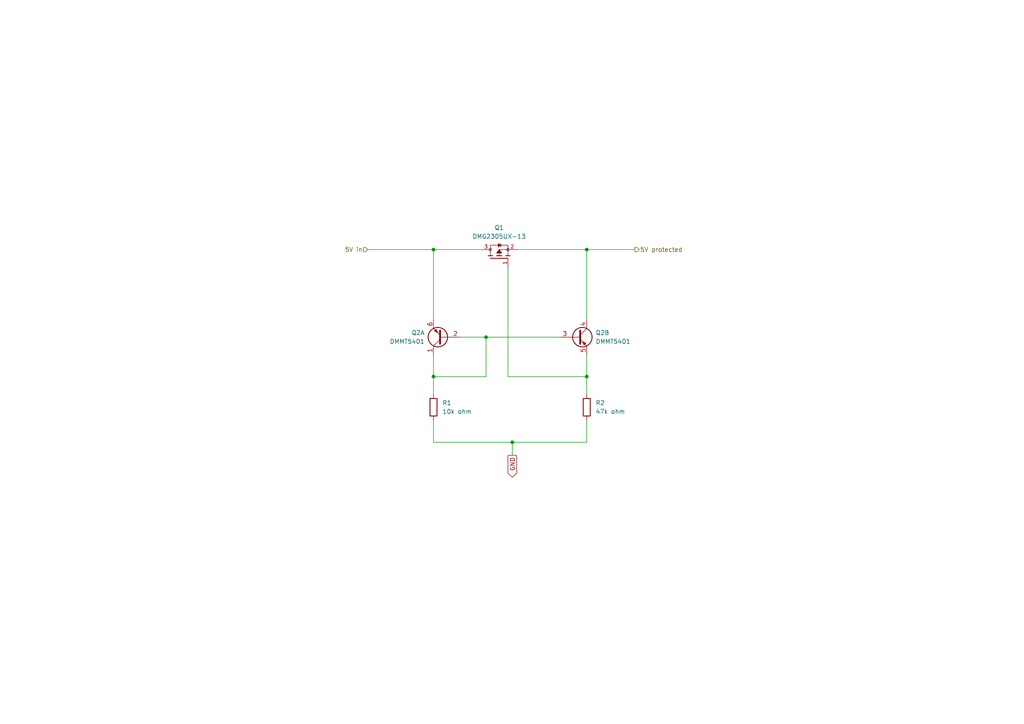
<source format=kicad_sch>
(kicad_sch
	(version 20231120)
	(generator "eeschema")
	(generator_version "8.0")
	(uuid "3b4bec7b-295d-47e3-8293-a28f194744ce")
	(paper "A4")
	(lib_symbols
		(symbol "DMG2305UX-13:DMG2305UX-13"
			(pin_names
				(offset 1.016)
			)
			(exclude_from_sim no)
			(in_bom yes)
			(on_board yes)
			(property "Reference" "Q"
				(at -8.89 3.81 0)
				(effects
					(font
						(size 1.27 1.27)
					)
					(justify left bottom)
				)
			)
			(property "Value" "DMG2305UX-13"
				(at -8.89 -6.35 0)
				(effects
					(font
						(size 1.27 1.27)
					)
					(justify left bottom)
				)
			)
			(property "Footprint" "DMG2305UX-13:SOT91P240X110-3N"
				(at 0 0 0)
				(effects
					(font
						(size 1.27 1.27)
					)
					(justify bottom)
					(hide yes)
				)
			)
			(property "Datasheet" ""
				(at 0 0 0)
				(effects
					(font
						(size 1.27 1.27)
					)
					(hide yes)
				)
			)
			(property "Description" ""
				(at 0 0 0)
				(effects
					(font
						(size 1.27 1.27)
					)
					(hide yes)
				)
			)
			(property "MF" "Pericom"
				(at 0 0 0)
				(effects
					(font
						(size 1.27 1.27)
					)
					(justify bottom)
					(hide yes)
				)
			)
			(property "MAXIMUM_PACKAGE_HEIGHT" "1.1mm"
				(at 0 0 0)
				(effects
					(font
						(size 1.27 1.27)
					)
					(justify bottom)
					(hide yes)
				)
			)
			(property "Package" "TO-236-3 Pericom"
				(at 0 0 0)
				(effects
					(font
						(size 1.27 1.27)
					)
					(justify bottom)
					(hide yes)
				)
			)
			(property "Price" "None"
				(at 0 0 0)
				(effects
					(font
						(size 1.27 1.27)
					)
					(justify bottom)
					(hide yes)
				)
			)
			(property "Check_prices" "https://www.snapeda.com/parts/DMG2305UX-13/Pericom/view-part/?ref=eda"
				(at 0 0 0)
				(effects
					(font
						(size 1.27 1.27)
					)
					(justify bottom)
					(hide yes)
				)
			)
			(property "STANDARD" "IPC-7351B"
				(at 0 0 0)
				(effects
					(font
						(size 1.27 1.27)
					)
					(justify bottom)
					(hide yes)
				)
			)
			(property "PARTREV" "09/2018"
				(at 0 0 0)
				(effects
					(font
						(size 1.27 1.27)
					)
					(justify bottom)
					(hide yes)
				)
			)
			(property "SnapEDA_Link" "https://www.snapeda.com/parts/DMG2305UX-13/Pericom/view-part/?ref=snap"
				(at 0 0 0)
				(effects
					(font
						(size 1.27 1.27)
					)
					(justify bottom)
					(hide yes)
				)
			)
			(property "MP" "DMG2305UX-13"
				(at 0 0 0)
				(effects
					(font
						(size 1.27 1.27)
					)
					(justify bottom)
					(hide yes)
				)
			)
			(property "Description_1" "\nP-Channel 20V 4.2A (Ta) 1.4W (Ta) Surface Mount SOT-23\n"
				(at 0 0 0)
				(effects
					(font
						(size 1.27 1.27)
					)
					(justify bottom)
					(hide yes)
				)
			)
			(property "Availability" "Not in stock"
				(at 0 0 0)
				(effects
					(font
						(size 1.27 1.27)
					)
					(justify bottom)
					(hide yes)
				)
			)
			(property "MANUFACTURER" "Diodes Inc."
				(at 0 0 0)
				(effects
					(font
						(size 1.27 1.27)
					)
					(justify bottom)
					(hide yes)
				)
			)
			(symbol "DMG2305UX-13_0_0"
				(polyline
					(pts
						(xy 0 -2.54) (xy 0 2.54)
					)
					(stroke
						(width 0.254)
						(type default)
					)
					(fill
						(type none)
					)
				)
				(polyline
					(pts
						(xy 0.762 -3.175) (xy 0.762 -2.54)
					)
					(stroke
						(width 0.254)
						(type default)
					)
					(fill
						(type none)
					)
				)
				(polyline
					(pts
						(xy 0.762 -2.54) (xy 0.762 -1.905)
					)
					(stroke
						(width 0.254)
						(type default)
					)
					(fill
						(type none)
					)
				)
				(polyline
					(pts
						(xy 0.762 -2.54) (xy 2.54 -2.54)
					)
					(stroke
						(width 0.1524)
						(type default)
					)
					(fill
						(type none)
					)
				)
				(polyline
					(pts
						(xy 0.762 -0.762) (xy 0.762 0)
					)
					(stroke
						(width 0.254)
						(type default)
					)
					(fill
						(type none)
					)
				)
				(polyline
					(pts
						(xy 0.762 0) (xy 0.762 0.762)
					)
					(stroke
						(width 0.254)
						(type default)
					)
					(fill
						(type none)
					)
				)
				(polyline
					(pts
						(xy 0.762 0) (xy 2.54 0)
					)
					(stroke
						(width 0.1524)
						(type default)
					)
					(fill
						(type none)
					)
				)
				(polyline
					(pts
						(xy 0.762 1.905) (xy 0.762 2.54)
					)
					(stroke
						(width 0.254)
						(type default)
					)
					(fill
						(type none)
					)
				)
				(polyline
					(pts
						(xy 0.762 2.54) (xy 0.762 3.175)
					)
					(stroke
						(width 0.254)
						(type default)
					)
					(fill
						(type none)
					)
				)
				(polyline
					(pts
						(xy 2.54 -2.54) (xy 2.54 0)
					)
					(stroke
						(width 0.1524)
						(type default)
					)
					(fill
						(type none)
					)
				)
				(polyline
					(pts
						(xy 2.54 -2.54) (xy 3.81 -2.54)
					)
					(stroke
						(width 0.1524)
						(type default)
					)
					(fill
						(type none)
					)
				)
				(polyline
					(pts
						(xy 2.54 2.54) (xy 0.762 2.54)
					)
					(stroke
						(width 0.1524)
						(type default)
					)
					(fill
						(type none)
					)
				)
				(polyline
					(pts
						(xy 2.54 2.54) (xy 3.81 2.54)
					)
					(stroke
						(width 0.1524)
						(type default)
					)
					(fill
						(type none)
					)
				)
				(polyline
					(pts
						(xy 3.81 -0.508) (xy 3.302 -0.508)
					)
					(stroke
						(width 0.1524)
						(type default)
					)
					(fill
						(type none)
					)
				)
				(polyline
					(pts
						(xy 3.81 -0.508) (xy 3.81 -2.54)
					)
					(stroke
						(width 0.1524)
						(type default)
					)
					(fill
						(type none)
					)
				)
				(polyline
					(pts
						(xy 3.81 2.54) (xy 3.81 -0.508)
					)
					(stroke
						(width 0.1524)
						(type default)
					)
					(fill
						(type none)
					)
				)
				(polyline
					(pts
						(xy 4.318 -0.508) (xy 3.81 -0.508)
					)
					(stroke
						(width 0.1524)
						(type default)
					)
					(fill
						(type none)
					)
				)
				(polyline
					(pts
						(xy 2.54 0) (xy 1.524 0.762) (xy 1.524 -0.762) (xy 2.54 0)
					)
					(stroke
						(width 0.1524)
						(type default)
					)
					(fill
						(type outline)
					)
				)
				(polyline
					(pts
						(xy 3.81 -0.508) (xy 3.302 0.254) (xy 4.318 0.254) (xy 3.81 -0.508)
					)
					(stroke
						(width 0.1524)
						(type default)
					)
					(fill
						(type outline)
					)
				)
				(circle
					(center 2.54 -2.54)
					(radius 0.3592)
					(stroke
						(width 0)
						(type default)
					)
					(fill
						(type none)
					)
				)
				(circle
					(center 2.54 2.54)
					(radius 0.3592)
					(stroke
						(width 0)
						(type default)
					)
					(fill
						(type none)
					)
				)
				(pin passive line
					(at -2.54 -2.54 0)
					(length 2.54)
					(name "~"
						(effects
							(font
								(size 1.016 1.016)
							)
						)
					)
					(number "1"
						(effects
							(font
								(size 1.016 1.016)
							)
						)
					)
				)
				(pin passive line
					(at 2.54 -5.08 90)
					(length 2.54)
					(name "~"
						(effects
							(font
								(size 1.016 1.016)
							)
						)
					)
					(number "2"
						(effects
							(font
								(size 1.016 1.016)
							)
						)
					)
				)
				(pin passive line
					(at 2.54 5.08 270)
					(length 2.54)
					(name "~"
						(effects
							(font
								(size 1.016 1.016)
							)
						)
					)
					(number "3"
						(effects
							(font
								(size 1.016 1.016)
							)
						)
					)
				)
			)
		)
		(symbol "Device:R"
			(pin_numbers hide)
			(pin_names
				(offset 0)
			)
			(exclude_from_sim no)
			(in_bom yes)
			(on_board yes)
			(property "Reference" "R"
				(at 2.032 0 90)
				(effects
					(font
						(size 1.27 1.27)
					)
				)
			)
			(property "Value" "R"
				(at 0 0 90)
				(effects
					(font
						(size 1.27 1.27)
					)
				)
			)
			(property "Footprint" ""
				(at -1.778 0 90)
				(effects
					(font
						(size 1.27 1.27)
					)
					(hide yes)
				)
			)
			(property "Datasheet" "~"
				(at 0 0 0)
				(effects
					(font
						(size 1.27 1.27)
					)
					(hide yes)
				)
			)
			(property "Description" "Resistor"
				(at 0 0 0)
				(effects
					(font
						(size 1.27 1.27)
					)
					(hide yes)
				)
			)
			(property "ki_keywords" "R res resistor"
				(at 0 0 0)
				(effects
					(font
						(size 1.27 1.27)
					)
					(hide yes)
				)
			)
			(property "ki_fp_filters" "R_*"
				(at 0 0 0)
				(effects
					(font
						(size 1.27 1.27)
					)
					(hide yes)
				)
			)
			(symbol "R_0_1"
				(rectangle
					(start -1.016 -2.54)
					(end 1.016 2.54)
					(stroke
						(width 0.254)
						(type default)
					)
					(fill
						(type none)
					)
				)
			)
			(symbol "R_1_1"
				(pin passive line
					(at 0 3.81 270)
					(length 1.27)
					(name "~"
						(effects
							(font
								(size 1.27 1.27)
							)
						)
					)
					(number "1"
						(effects
							(font
								(size 1.27 1.27)
							)
						)
					)
				)
				(pin passive line
					(at 0 -3.81 90)
					(length 1.27)
					(name "~"
						(effects
							(font
								(size 1.27 1.27)
							)
						)
					)
					(number "2"
						(effects
							(font
								(size 1.27 1.27)
							)
						)
					)
				)
			)
		)
		(symbol "Transistor_BJT:DMMT5401"
			(pin_names
				(offset 0) hide)
			(exclude_from_sim no)
			(in_bom yes)
			(on_board yes)
			(property "Reference" "Q"
				(at 5.08 1.27 0)
				(effects
					(font
						(size 1.27 1.27)
					)
					(justify left)
				)
			)
			(property "Value" "DMMT5401"
				(at 5.08 -1.27 0)
				(effects
					(font
						(size 1.27 1.27)
					)
					(justify left)
				)
			)
			(property "Footprint" "Package_TO_SOT_SMD:SOT-23-6"
				(at 5.08 2.54 0)
				(effects
					(font
						(size 1.27 1.27)
					)
					(hide yes)
				)
			)
			(property "Datasheet" "https://www.diodes.com/assets/Datasheets/ds30437.pdf"
				(at 0 0 0)
				(effects
					(font
						(size 1.27 1.27)
					)
					(hide yes)
				)
			)
			(property "Description" "Dual PNP transistor, 6 pin package"
				(at 0 0 0)
				(effects
					(font
						(size 1.27 1.27)
					)
					(hide yes)
				)
			)
			(property "ki_locked" ""
				(at 0 0 0)
				(effects
					(font
						(size 1.27 1.27)
					)
				)
			)
			(property "ki_keywords" "transistor PNP"
				(at 0 0 0)
				(effects
					(font
						(size 1.27 1.27)
					)
					(hide yes)
				)
			)
			(property "ki_fp_filters" "SOT?23*"
				(at 0 0 0)
				(effects
					(font
						(size 1.27 1.27)
					)
					(hide yes)
				)
			)
			(symbol "DMMT5401_0_1"
				(polyline
					(pts
						(xy 0.635 0) (xy -2.54 0)
					)
					(stroke
						(width 0)
						(type default)
					)
					(fill
						(type none)
					)
				)
				(polyline
					(pts
						(xy 0.635 0.635) (xy 2.54 2.54)
					)
					(stroke
						(width 0)
						(type default)
					)
					(fill
						(type none)
					)
				)
				(polyline
					(pts
						(xy 0.635 -0.635) (xy 2.54 -2.54) (xy 2.54 -2.54)
					)
					(stroke
						(width 0)
						(type default)
					)
					(fill
						(type none)
					)
				)
				(polyline
					(pts
						(xy 0.635 1.905) (xy 0.635 -1.905) (xy 0.635 -1.905)
					)
					(stroke
						(width 0.508)
						(type default)
					)
					(fill
						(type none)
					)
				)
				(polyline
					(pts
						(xy 2.286 -1.778) (xy 1.778 -2.286) (xy 1.27 -1.27) (xy 2.286 -1.778) (xy 2.286 -1.778)
					)
					(stroke
						(width 0)
						(type default)
					)
					(fill
						(type outline)
					)
				)
				(circle
					(center 1.27 0)
					(radius 2.8194)
					(stroke
						(width 0.254)
						(type default)
					)
					(fill
						(type none)
					)
				)
			)
			(symbol "DMMT5401_1_1"
				(pin passive line
					(at 2.54 5.08 270)
					(length 2.54)
					(name "C1"
						(effects
							(font
								(size 1.27 1.27)
							)
						)
					)
					(number "1"
						(effects
							(font
								(size 1.27 1.27)
							)
						)
					)
				)
				(pin input line
					(at -5.08 0 0)
					(length 2.54)
					(name "B1"
						(effects
							(font
								(size 1.27 1.27)
							)
						)
					)
					(number "2"
						(effects
							(font
								(size 1.27 1.27)
							)
						)
					)
				)
				(pin passive line
					(at 2.54 -5.08 90)
					(length 2.54)
					(name "E1"
						(effects
							(font
								(size 1.27 1.27)
							)
						)
					)
					(number "6"
						(effects
							(font
								(size 1.27 1.27)
							)
						)
					)
				)
			)
			(symbol "DMMT5401_2_1"
				(pin input line
					(at -5.08 0 0)
					(length 2.54)
					(name "B2"
						(effects
							(font
								(size 1.27 1.27)
							)
						)
					)
					(number "3"
						(effects
							(font
								(size 1.27 1.27)
							)
						)
					)
				)
				(pin passive line
					(at 2.54 5.08 270)
					(length 2.54)
					(name "C2"
						(effects
							(font
								(size 1.27 1.27)
							)
						)
					)
					(number "4"
						(effects
							(font
								(size 1.27 1.27)
							)
						)
					)
				)
				(pin passive line
					(at 2.54 -5.08 90)
					(length 2.54)
					(name "E2"
						(effects
							(font
								(size 1.27 1.27)
							)
						)
					)
					(number "5"
						(effects
							(font
								(size 1.27 1.27)
							)
						)
					)
				)
			)
		)
	)
	(junction
		(at 125.73 72.39)
		(diameter 0)
		(color 0 0 0 0)
		(uuid "533f3175-bbad-41af-af67-c1deac9ec231")
	)
	(junction
		(at 140.97 97.79)
		(diameter 0)
		(color 0 0 0 0)
		(uuid "600376b3-4aa0-46f4-bf61-fe95624d2cdf")
	)
	(junction
		(at 125.73 109.22)
		(diameter 0)
		(color 0 0 0 0)
		(uuid "72393c15-e010-402b-89a1-1743f064eb8b")
	)
	(junction
		(at 170.18 72.39)
		(diameter 0)
		(color 0 0 0 0)
		(uuid "98fcf4da-bd77-4003-b350-240a592b4667")
	)
	(junction
		(at 170.18 109.22)
		(diameter 0)
		(color 0 0 0 0)
		(uuid "ec52a3ee-1e29-4de2-83fc-9e21981b83eb")
	)
	(junction
		(at 148.59 128.27)
		(diameter 0)
		(color 0 0 0 0)
		(uuid "ff6453ce-4263-4d10-a770-f3200257c258")
	)
	(wire
		(pts
			(xy 147.32 77.47) (xy 147.32 109.22)
		)
		(stroke
			(width 0)
			(type default)
		)
		(uuid "095e686c-4263-4d6f-86e9-e2d70e358572")
	)
	(wire
		(pts
			(xy 147.32 109.22) (xy 170.18 109.22)
		)
		(stroke
			(width 0)
			(type default)
		)
		(uuid "1efe9abc-5cda-4a44-a6ea-9936968b86c0")
	)
	(wire
		(pts
			(xy 125.73 102.87) (xy 125.73 109.22)
		)
		(stroke
			(width 0)
			(type default)
		)
		(uuid "208fd08b-56b3-4842-be2d-0080c577556a")
	)
	(wire
		(pts
			(xy 106.68 72.39) (xy 125.73 72.39)
		)
		(stroke
			(width 0)
			(type default)
		)
		(uuid "24d5c8a5-e22f-4d92-baa3-4ef663c83d70")
	)
	(wire
		(pts
			(xy 170.18 72.39) (xy 184.15 72.39)
		)
		(stroke
			(width 0)
			(type default)
		)
		(uuid "2a5207bc-be0b-45fa-9d92-f6608d8c26a1")
	)
	(wire
		(pts
			(xy 170.18 109.22) (xy 170.18 102.87)
		)
		(stroke
			(width 0)
			(type default)
		)
		(uuid "2fc8675f-c11b-4791-88a4-56aefd679a85")
	)
	(wire
		(pts
			(xy 148.59 128.27) (xy 148.59 132.08)
		)
		(stroke
			(width 0)
			(type default)
		)
		(uuid "375f1159-234d-4b30-9c08-074b24bd6902")
	)
	(wire
		(pts
			(xy 125.73 109.22) (xy 125.73 114.3)
		)
		(stroke
			(width 0)
			(type default)
		)
		(uuid "3e537226-c982-47c9-9a27-4b287825799b")
	)
	(wire
		(pts
			(xy 125.73 128.27) (xy 148.59 128.27)
		)
		(stroke
			(width 0)
			(type default)
		)
		(uuid "44d1b725-c09b-4735-99fa-feec940cc7f2")
	)
	(wire
		(pts
			(xy 125.73 72.39) (xy 139.7 72.39)
		)
		(stroke
			(width 0)
			(type default)
		)
		(uuid "457e68aa-e9aa-4b70-9d99-a275e03b5af1")
	)
	(wire
		(pts
			(xy 125.73 72.39) (xy 125.73 92.71)
		)
		(stroke
			(width 0)
			(type default)
		)
		(uuid "45f5d6b2-3ff2-4b02-80ba-63db9cfa1bf8")
	)
	(wire
		(pts
			(xy 170.18 128.27) (xy 148.59 128.27)
		)
		(stroke
			(width 0)
			(type default)
		)
		(uuid "5684ac49-a59b-4b26-94c8-62214a3a2768")
	)
	(wire
		(pts
			(xy 149.86 72.39) (xy 170.18 72.39)
		)
		(stroke
			(width 0)
			(type default)
		)
		(uuid "70cabb6b-b151-400f-86e0-5f4205fa3ab3")
	)
	(wire
		(pts
			(xy 170.18 121.92) (xy 170.18 128.27)
		)
		(stroke
			(width 0)
			(type default)
		)
		(uuid "7d4cac87-fa52-4672-8fd9-715f1efbcc3b")
	)
	(wire
		(pts
			(xy 133.35 97.79) (xy 140.97 97.79)
		)
		(stroke
			(width 0)
			(type default)
		)
		(uuid "8b520dc2-c1dd-4885-b508-bfe20947a752")
	)
	(wire
		(pts
			(xy 140.97 109.22) (xy 140.97 97.79)
		)
		(stroke
			(width 0)
			(type default)
		)
		(uuid "9892523c-10bf-44f4-a375-9fd1a21ce29b")
	)
	(wire
		(pts
			(xy 125.73 121.92) (xy 125.73 128.27)
		)
		(stroke
			(width 0)
			(type default)
		)
		(uuid "c33b2bbd-22af-4c73-8797-cb7bc3836f3a")
	)
	(wire
		(pts
			(xy 170.18 109.22) (xy 170.18 114.3)
		)
		(stroke
			(width 0)
			(type default)
		)
		(uuid "c980b59e-6933-4495-a8cd-ddd68b2f58ee")
	)
	(wire
		(pts
			(xy 125.73 109.22) (xy 140.97 109.22)
		)
		(stroke
			(width 0)
			(type default)
		)
		(uuid "d4629ac5-7d09-408a-9093-9fb50ee6ba2a")
	)
	(wire
		(pts
			(xy 140.97 97.79) (xy 162.56 97.79)
		)
		(stroke
			(width 0)
			(type default)
		)
		(uuid "f6d4b04a-41f7-4a9e-bfce-a454e1410c02")
	)
	(wire
		(pts
			(xy 170.18 72.39) (xy 170.18 92.71)
		)
		(stroke
			(width 0)
			(type default)
		)
		(uuid "fad4de68-0bf6-4393-8968-e76b94e3cf95")
	)
	(global_label "GND"
		(shape output)
		(at 148.59 132.08 270)
		(fields_autoplaced yes)
		(effects
			(font
				(size 1.27 1.27)
			)
			(justify right)
		)
		(uuid "f4dcd10a-ee72-47a2-896c-eddcab9f875a")
		(property "Intersheetrefs" "${INTERSHEET_REFS}"
			(at 148.59 139.0308 90)
			(effects
				(font
					(size 1.27 1.27)
				)
				(justify right)
				(hide yes)
			)
		)
	)
	(hierarchical_label "5V protected"
		(shape output)
		(at 184.15 72.39 0)
		(fields_autoplaced yes)
		(effects
			(font
				(size 1.27 1.27)
			)
			(justify left)
		)
		(uuid "4cbd64db-83b6-4d55-8e17-eeb622efa6bd")
	)
	(hierarchical_label "5V in"
		(shape input)
		(at 106.68 72.39 180)
		(fields_autoplaced yes)
		(effects
			(font
				(size 1.27 1.27)
			)
			(justify right)
		)
		(uuid "bdab9cca-8c58-496c-ad18-cff17bd3b0f0")
	)
	(symbol
		(lib_id "Transistor_BJT:DMMT5401")
		(at 167.64 97.79 0)
		(unit 2)
		(exclude_from_sim no)
		(in_bom yes)
		(on_board yes)
		(dnp no)
		(fields_autoplaced yes)
		(uuid "666214ca-0fa9-42c5-b986-4b66455021df")
		(property "Reference" "Q2"
			(at 172.72 96.5199 0)
			(effects
				(font
					(size 1.27 1.27)
				)
				(justify left)
			)
		)
		(property "Value" "DMMT5401"
			(at 172.72 99.0599 0)
			(effects
				(font
					(size 1.27 1.27)
				)
				(justify left)
			)
		)
		(property "Footprint" "Package_TO_SOT_SMD:SOT-23-6"
			(at 172.72 95.25 0)
			(effects
				(font
					(size 1.27 1.27)
				)
				(hide yes)
			)
		)
		(property "Datasheet" "https://www.diodes.com/assets/Datasheets/ds30437.pdf"
			(at 167.64 97.79 0)
			(effects
				(font
					(size 1.27 1.27)
				)
				(hide yes)
			)
		)
		(property "Description" "Dual PNP transistor, 6 pin package"
			(at 167.64 97.79 0)
			(effects
				(font
					(size 1.27 1.27)
				)
				(hide yes)
			)
		)
		(pin "2"
			(uuid "92b22942-f7cc-43d7-8556-e1c44f577ee7")
		)
		(pin "4"
			(uuid "bf1f9239-fd64-451c-b43b-33707eed5ee4")
		)
		(pin "1"
			(uuid "9ac0e243-6695-4ba9-a5e5-ff2e21a2574a")
		)
		(pin "5"
			(uuid "4ee68acf-7a78-44b7-bde6-ec7ae74c1722")
		)
		(pin "3"
			(uuid "4644b9eb-9785-4aa0-942e-624e116a9c0b")
		)
		(pin "6"
			(uuid "bfe68c48-456f-4f61-9c25-d5bac3a5caf8")
		)
		(instances
			(project ""
				(path "/e63e39d7-6ac0-4ffd-8aa3-1841a4541b55/f91a1022-33ed-4209-bf45-12cefafb1ac2"
					(reference "Q2")
					(unit 2)
				)
			)
		)
	)
	(symbol
		(lib_id "Transistor_BJT:DMMT5401")
		(at 128.27 97.79 180)
		(unit 1)
		(exclude_from_sim no)
		(in_bom yes)
		(on_board yes)
		(dnp no)
		(fields_autoplaced yes)
		(uuid "8c9ab900-2aff-487a-9e9d-8684dfb6d2ab")
		(property "Reference" "Q2"
			(at 123.19 96.5199 0)
			(effects
				(font
					(size 1.27 1.27)
				)
				(justify left)
			)
		)
		(property "Value" "DMMT5401"
			(at 123.19 99.0599 0)
			(effects
				(font
					(size 1.27 1.27)
				)
				(justify left)
			)
		)
		(property "Footprint" "Package_TO_SOT_SMD:SOT-23-6"
			(at 123.19 100.33 0)
			(effects
				(font
					(size 1.27 1.27)
				)
				(hide yes)
			)
		)
		(property "Datasheet" "https://www.diodes.com/assets/Datasheets/ds30437.pdf"
			(at 128.27 97.79 0)
			(effects
				(font
					(size 1.27 1.27)
				)
				(hide yes)
			)
		)
		(property "Description" "Dual PNP transistor, 6 pin package"
			(at 128.27 97.79 0)
			(effects
				(font
					(size 1.27 1.27)
				)
				(hide yes)
			)
		)
		(pin "2"
			(uuid "92b22942-f7cc-43d7-8556-e1c44f577ee8")
		)
		(pin "4"
			(uuid "bf1f9239-fd64-451c-b43b-33707eed5ee5")
		)
		(pin "1"
			(uuid "9ac0e243-6695-4ba9-a5e5-ff2e21a2574b")
		)
		(pin "5"
			(uuid "4ee68acf-7a78-44b7-bde6-ec7ae74c1723")
		)
		(pin "3"
			(uuid "4644b9eb-9785-4aa0-942e-624e116a9c0c")
		)
		(pin "6"
			(uuid "bfe68c48-456f-4f61-9c25-d5bac3a5caf9")
		)
		(instances
			(project ""
				(path "/e63e39d7-6ac0-4ffd-8aa3-1841a4541b55/f91a1022-33ed-4209-bf45-12cefafb1ac2"
					(reference "Q2")
					(unit 1)
				)
			)
		)
	)
	(symbol
		(lib_id "Device:R")
		(at 125.73 118.11 0)
		(unit 1)
		(exclude_from_sim no)
		(in_bom yes)
		(on_board yes)
		(dnp no)
		(fields_autoplaced yes)
		(uuid "bfff6c37-21b7-4188-a466-bd79b6b24c56")
		(property "Reference" "R1"
			(at 128.27 116.8399 0)
			(effects
				(font
					(size 1.27 1.27)
				)
				(justify left)
			)
		)
		(property "Value" "10k ohm"
			(at 128.27 119.3799 0)
			(effects
				(font
					(size 1.27 1.27)
				)
				(justify left)
			)
		)
		(property "Footprint" "Resistor_SMD:R_0201_0603Metric"
			(at 123.952 118.11 90)
			(effects
				(font
					(size 1.27 1.27)
				)
				(hide yes)
			)
		)
		(property "Datasheet" "~"
			(at 125.73 118.11 0)
			(effects
				(font
					(size 1.27 1.27)
				)
				(hide yes)
			)
		)
		(property "Description" "Resistor"
			(at 125.73 118.11 0)
			(effects
				(font
					(size 1.27 1.27)
				)
				(hide yes)
			)
		)
		(pin "1"
			(uuid "27664301-4c69-44cc-955f-c048509471af")
		)
		(pin "2"
			(uuid "103547ad-85da-40a3-9007-56882ff7511c")
		)
		(instances
			(project ""
				(path "/e63e39d7-6ac0-4ffd-8aa3-1841a4541b55/f91a1022-33ed-4209-bf45-12cefafb1ac2"
					(reference "R1")
					(unit 1)
				)
			)
		)
	)
	(symbol
		(lib_id "Device:R")
		(at 170.18 118.11 0)
		(unit 1)
		(exclude_from_sim no)
		(in_bom yes)
		(on_board yes)
		(dnp no)
		(fields_autoplaced yes)
		(uuid "d838ed17-1237-4f9a-91e3-4d82af23dcc7")
		(property "Reference" "R2"
			(at 172.72 116.8399 0)
			(effects
				(font
					(size 1.27 1.27)
				)
				(justify left)
			)
		)
		(property "Value" "47k ohm"
			(at 172.72 119.3799 0)
			(effects
				(font
					(size 1.27 1.27)
				)
				(justify left)
			)
		)
		(property "Footprint" "Resistor_SMD:R_0201_0603Metric"
			(at 168.402 118.11 90)
			(effects
				(font
					(size 1.27 1.27)
				)
				(hide yes)
			)
		)
		(property "Datasheet" "~"
			(at 170.18 118.11 0)
			(effects
				(font
					(size 1.27 1.27)
				)
				(hide yes)
			)
		)
		(property "Description" "Resistor"
			(at 170.18 118.11 0)
			(effects
				(font
					(size 1.27 1.27)
				)
				(hide yes)
			)
		)
		(pin "2"
			(uuid "e2b69851-d158-48a5-a340-c7922fc99c9b")
		)
		(pin "1"
			(uuid "7863c2a9-037d-44fc-8b57-66258f93c065")
		)
		(instances
			(project ""
				(path "/e63e39d7-6ac0-4ffd-8aa3-1841a4541b55/f91a1022-33ed-4209-bf45-12cefafb1ac2"
					(reference "R2")
					(unit 1)
				)
			)
		)
	)
	(symbol
		(lib_id "DMG2305UX-13:DMG2305UX-13")
		(at 144.78 74.93 90)
		(unit 1)
		(exclude_from_sim no)
		(in_bom yes)
		(on_board yes)
		(dnp no)
		(fields_autoplaced yes)
		(uuid "e7d232d1-6f58-4637-9290-95f3b4f99a35")
		(property "Reference" "Q1"
			(at 144.78 66.04 90)
			(effects
				(font
					(size 1.27 1.27)
				)
			)
		)
		(property "Value" "DMG2305UX-13"
			(at 144.78 68.58 90)
			(effects
				(font
					(size 1.27 1.27)
				)
			)
		)
		(property "Footprint" "DMG2305UX-13:SOT91P240X110-3N"
			(at 144.78 74.93 0)
			(effects
				(font
					(size 1.27 1.27)
				)
				(justify bottom)
				(hide yes)
			)
		)
		(property "Datasheet" ""
			(at 144.78 74.93 0)
			(effects
				(font
					(size 1.27 1.27)
				)
				(hide yes)
			)
		)
		(property "Description" ""
			(at 144.78 74.93 0)
			(effects
				(font
					(size 1.27 1.27)
				)
				(hide yes)
			)
		)
		(property "MF" "Pericom"
			(at 144.78 74.93 0)
			(effects
				(font
					(size 1.27 1.27)
				)
				(justify bottom)
				(hide yes)
			)
		)
		(property "MAXIMUM_PACKAGE_HEIGHT" "1.1mm"
			(at 144.78 74.93 0)
			(effects
				(font
					(size 1.27 1.27)
				)
				(justify bottom)
				(hide yes)
			)
		)
		(property "Package" "TO-236-3 Pericom"
			(at 144.78 74.93 0)
			(effects
				(font
					(size 1.27 1.27)
				)
				(justify bottom)
				(hide yes)
			)
		)
		(property "Price" "None"
			(at 144.78 74.93 0)
			(effects
				(font
					(size 1.27 1.27)
				)
				(justify bottom)
				(hide yes)
			)
		)
		(property "Check_prices" "https://www.snapeda.com/parts/DMG2305UX-13/Pericom/view-part/?ref=eda"
			(at 144.78 74.93 0)
			(effects
				(font
					(size 1.27 1.27)
				)
				(justify bottom)
				(hide yes)
			)
		)
		(property "STANDARD" "IPC-7351B"
			(at 144.78 74.93 0)
			(effects
				(font
					(size 1.27 1.27)
				)
				(justify bottom)
				(hide yes)
			)
		)
		(property "PARTREV" "09/2018"
			(at 144.78 74.93 0)
			(effects
				(font
					(size 1.27 1.27)
				)
				(justify bottom)
				(hide yes)
			)
		)
		(property "SnapEDA_Link" "https://www.snapeda.com/parts/DMG2305UX-13/Pericom/view-part/?ref=snap"
			(at 144.78 74.93 0)
			(effects
				(font
					(size 1.27 1.27)
				)
				(justify bottom)
				(hide yes)
			)
		)
		(property "MP" "DMG2305UX-13"
			(at 144.78 74.93 0)
			(effects
				(font
					(size 1.27 1.27)
				)
				(justify bottom)
				(hide yes)
			)
		)
		(property "Description_1" "\nP-Channel 20V 4.2A (Ta) 1.4W (Ta) Surface Mount SOT-23\n"
			(at 144.78 74.93 0)
			(effects
				(font
					(size 1.27 1.27)
				)
				(justify bottom)
				(hide yes)
			)
		)
		(property "Availability" "Not in stock"
			(at 144.78 74.93 0)
			(effects
				(font
					(size 1.27 1.27)
				)
				(justify bottom)
				(hide yes)
			)
		)
		(property "MANUFACTURER" "Diodes Inc."
			(at 144.78 74.93 0)
			(effects
				(font
					(size 1.27 1.27)
				)
				(justify bottom)
				(hide yes)
			)
		)
		(pin "1"
			(uuid "a6403e70-f3ca-4b63-8a9d-224fabe2668d")
		)
		(pin "2"
			(uuid "efac94ae-9a64-4e8a-93dc-975a5e7e4555")
		)
		(pin "3"
			(uuid "6dfeca0c-e872-475d-8998-1f400f6b113f")
		)
		(instances
			(project ""
				(path "/e63e39d7-6ac0-4ffd-8aa3-1841a4541b55/f91a1022-33ed-4209-bf45-12cefafb1ac2"
					(reference "Q1")
					(unit 1)
				)
			)
		)
	)
)

</source>
